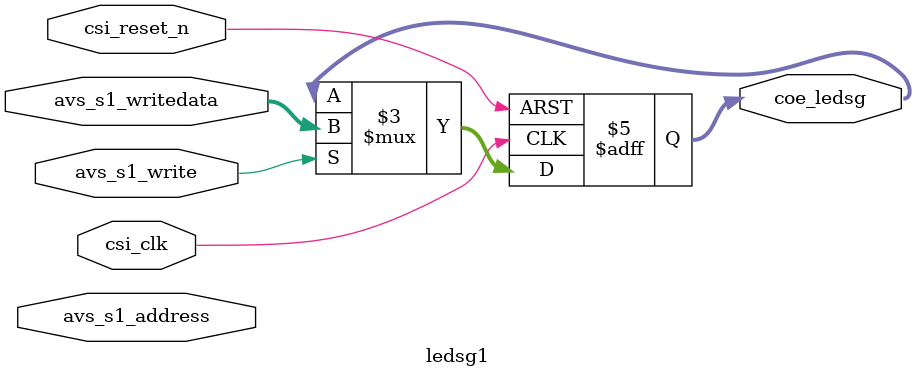
<source format=v>
/*
Jasper ter Weeme
Alex Aalbertsberg
*/

module ledsg1(
    input csi_clk,
    input csi_reset_n,
    input [3:0] avs_s1_address,
    input avs_s1_write,
    input [7:0] avs_s1_writedata,
    output reg [7:0] coe_ledsg
);

always @(posedge csi_clk or negedge csi_reset_n) begin
    if (~csi_reset_n)
        coe_ledsg <= 8'b0;
    else if (avs_s1_write)
        coe_ledsg[7:0] <= avs_s1_writedata[7:0];
end

endmodule




</source>
